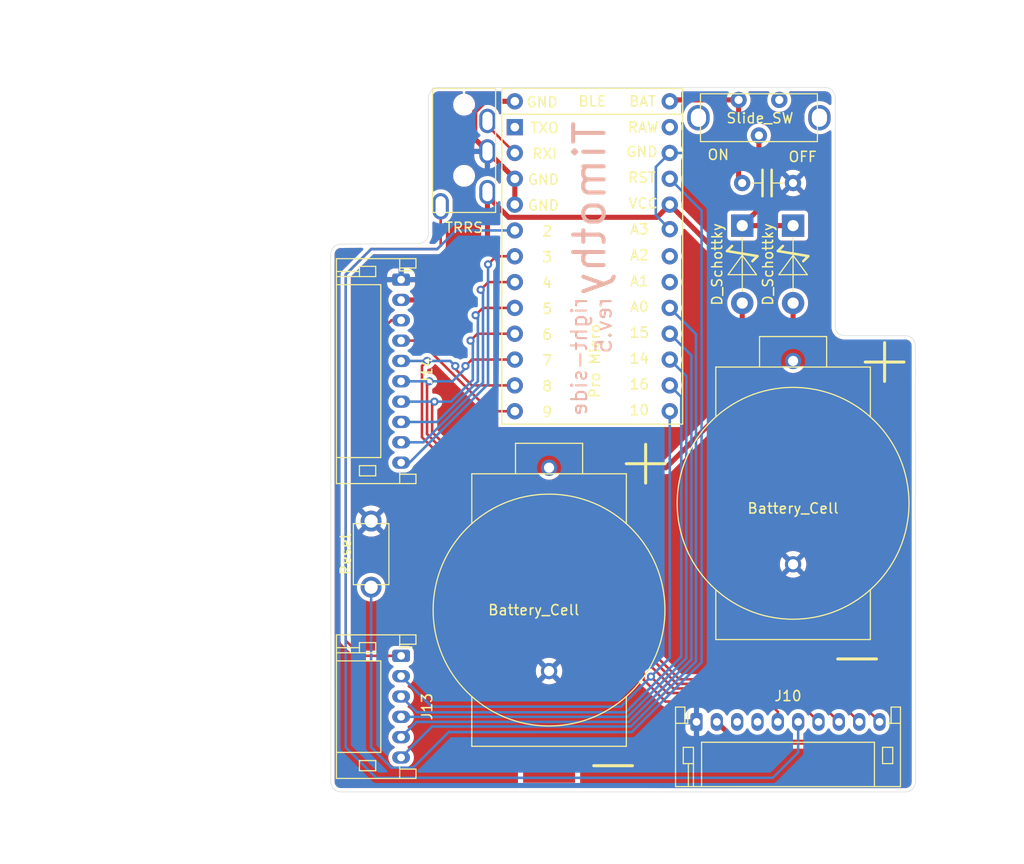
<source format=kicad_pcb>
(kicad_pcb (version 20211014) (generator pcbnew)
  (layers (0 "F.Cu" signal) (31 "B.Cu" signal) (34 "B.Paste" user) (35 "F.Paste" user) (36 "B.SilkS" user "B.Silkscreen") (37 "F.SilkS" user "F.Silkscreen") (38 "B.Mask" user) (39 "F.Mask" user) (44 "Edge.Cuts" user))
  (net 0 "")
  (net 1 "GND")
  (net 2 "Net-(BT3-Pad1)")
  (net 3 "Net-(BT4-Pad1)")
  (net 4 "/right_control/BAT")
  (net 5 "Net-(D72-Pad1)")
  (net 8 "Net-(SW71-Pad2)")
  (net 11 "/right_control/SERIAL")
  (net 12 "/right_control/VCC")
  (net 13 "/right_control/BACKLIGHT_FROM_LEFT")
  (net 14 "/right_control/C4")
  (net 15 "/right_control/C5")
  (net 16 "/right_control/C6")
  (net 17 "/right_control/R5")
  (net 18 "/right_control/PWR_LED")
  (net 19 "/right_control/FROM_MAIN_BACKLIGHT")
  (net 20 "/right_control/R1")
  (net 21 "/right_control/R2")
  (net 22 "/right_control/R3")
  (net 23 "/right_control/R4")
  (net 24 "/right_control/C1")
  (net 25 "/right_control/C2")
  (net 26 "/right_control/C3")
  (net 27 "/right_control/C7")
  (footprint "keyboard:Shottky_Barrier_Diode" (layer "F.Cu") (at 178 217.19 -90)
    (fp_text reference "D73" hide)
    (fp_text value "D_Schottky" (at 3.81 2.47 90) (layer "F.SilkS"))
    (fp_line (start 2.921 0) (end 4.826 -1.397) (layer "F.SilkS") (width 0.12))
    (fp_line (start 3.5 -1) (end 3 -1.5) (layer "F.SilkS") (width 0.25))
    (fp_line (start 4.826 1.397) (end 2.921 0) (layer "F.SilkS") (width 0.12))
    (fp_line (start 4.826 -1.397) (end 4.826 1.397) (layer "F.SilkS") (width 0.12))
    (fp_line (start 3 -1.5) (end 2.5 1.5) (layer "F.SilkS") (width 0.25))
    (fp_line (start 1.143 0) (end 6.477 0) (layer "F.SilkS") (width 0.12))
    (fp_line (start 2.5 1.5) (end 2 1) (layer "F.SilkS") (width 0.25))
    (pad "1" thru_hole rect (at 0 0 270) (size 2.2 2.2) (drill 1.1) (layers *.Cu *.Mask) (net 5 "Net-(D72-Pad1)"))
    (pad "2" thru_hole oval (at 7.62 0 270) (size 2.2 2.2) (drill 1.1) (layers *.Cu *.Mask) (net 3 "Net-(BT4-Pad1)"))
  )
  (footprint "keyboard:BLE_Micro_Pro" (layer "F.Cu") (at 154.362 203.694)
    (fp_text reference "U2" hide)
    (fp_text value "Pro Micro" (at 9.138 26.806 90) (layer "F.SilkS"))
    (fp_text user "4" (at 4.458 19.13) (layer "F.SilkS"))
    (fp_text user "RXI" (at 4.204 6.43) (layer "F.SilkS"))
    (fp_text user "14" (at 13.519 26.558) (layer "F.SilkS"))
    (fp_text user "10" (at 13.519 31.638) (layer "F.SilkS"))
    (fp_text user "GND" (at 4.077 11.51) (layer "F.SilkS"))
    (fp_text user "A1" (at 13.519 18.938) (layer "F.SilkS"))
    (fp_text user "TXO" (at 4.204 3.89) (layer "F.SilkS"))
    (fp_text user "GND" (at 3.95 1.35) (layer "F.SilkS"))
    (fp_text user "A2" (at 13.519 16.398) (layer "F.SilkS"))
    (fp_text user "5" (at 4.458 21.67) (layer "F.SilkS"))
    (fp_text user "15" (at 13.519 24.018) (layer "F.SilkS"))
    (fp_text user "2" (at 4.458 14.05) (layer "F.SilkS"))
    (fp_text user "16" (at 13.519 29.098) (layer "F.SilkS"))
    (fp_text user "RAW" (at 13.9 3.825) (layer "F.SilkS"))
    (fp_text user "GND" (at 13.773 6.238) (layer "F.SilkS"))
    (fp_text user "A3" (at 13.519 13.858) (layer "F.SilkS"))
    (fp_text user "8" (at 4.458 29.29) (layer "F.SilkS"))
    (fp_text user "RST" (at 13.773 8.778) (layer "F.SilkS"))
    (fp_text user "3" (at 4.458 16.59) (layer "F.SilkS"))
    (fp_text user "VCC" (at 13.9 11.318) (layer "F.SilkS"))
    (fp_text user "A0" (at 13.519 21.478) (layer "F.SilkS"))
    (fp_text user "GND" (at 4.077 8.97) (layer "F.SilkS"))
    (fp_text user "9" (at 4.458 31.83) (layer "F.SilkS"))
    (fp_text user "6" (at 4.458 24.21) (layer "F.SilkS"))
    (fp_text user "7" (at 4.458 26.75) (layer "F.SilkS"))
    (fp_text user "BAT" (at 13.825 1.275) (layer "F.SilkS"))
    (fp_text user "BLE" (at 8.89 1.27 unlocked) (layer "F.SilkS"))
    (fp_line (start 0 2.54) (end 17.78 2.54) (layer "F.SilkS") (width 0.12))
    (fp_line (start 0 33.02) (end 17.78 33.02) (layer "F.SilkS") (width 0.12))
    (fp_line (start 17.78 0) (end 17.78 33.02) (layer "F.SilkS") (width 0.12))
    (fp_line (start 17.78 0) (end 0 0) (layer "F.SilkS") (width 0.12))
    (fp_line (start 0 33.02) (end 0 0) (layer "F.SilkS") (width 0.12))
    (pad "0" thru_hole circle (at 1.27 1.27) (size 1.6 1.6) (drill 0.85) (layers *.Cu *.Mask) (net 1 "GND"))
    (pad "1" thru_hole rect (at 1.27 3.81) (size 1.6 1.6) (drill 0.85) (layers *.Cu *.Mask))
    (pad "2" thru_hole circle (at 1.27 6.35) (size 1.6 1.6) (drill 0.85) (layers *.Cu *.Mask) (net 11 "/right_control/SERIAL"))
    (pad "3" thru_hole circle (at 1.27 8.89) (size 1.6 1.6) (drill 0.85) (layers *.Cu *.Mask) (net 1 "GND"))
    (pad "4" thru_hole circle (at 1.27 11.43) (size 1.6 1.6) (drill 0.85) (layers *.Cu *.Mask) (net 1 "GND"))
    (pad "5" thru_hole circle (at 1.27 13.97) (size 1.6 1.6) (drill 0.85) (layers *.Cu *.Mask) (net 18 "/right_control/PWR_LED"))
    (pad "6" thru_hole circle (at 1.27 16.51) (size 1.6 1.6) (drill 0.85) (layers *.Cu *.Mask) (net 24 "/right_control/C1"))
    (pad "7" thru_hole circle (at 1.27 19.05) (size 1.6 1.6) (drill 0.85) (layers *.Cu *.Mask) (net 25 "/right_control/C2"))
    (pad "8" thru_hole circle (at 1.27 21.59) (size 1.6 1.6) (drill 0.85) (layers *.Cu *.Mask) (net 26 "/right_control/C3"))
    (pad "9" thru_hole circle (at 1.27 24.13) (size 1.6 1.6) (drill 0.85) (layers *.Cu *.Mask) (net 14 "/right_control/C4"))
    (pad "10" thru_hole circle (at 1.27 26.67) (size 1.6 1.6) (drill 0.85) (layers *.Cu *.Mask) (net 15 "/right_control/C5"))
    (pad "11" thru_hole circle (at 1.27 29.21) (size 1.6 1.6) (drill 0.85) (layers *.Cu *.Mask) (net 16 "/right_control/C6"))
    (pad "12" thru_hole circle (at 1.27 31.75) (size 1.6 1.6) (drill 0.85) (layers *.Cu *.Mask) (net 27 "/right_control/C7"))
    (pad "13" thru_hole circle (at 16.51 31.75) (size 1.6 1.6) (drill 0.85) (layers *.Cu *.Mask) (net 17 "/right_control/R5"))
    (pad "14" thru_hole circle (at 16.51 29.21) (size 1.6 1.6) (drill 0.85) (layers *.Cu *.Mask) (net 23 "/right_control/R4"))
    (pad "15" thru_hole circle (at 16.51 26.67) (size 1.6 1.6) (drill 0.85) (layers *.Cu *.Mask) (net 22 "/right_control/R3"))
    (pad "16" thru_hole circle (at 16.51 24.13) (size 1.6 1.6) (drill 0.85) (layers *.Cu *.Mask) (net 21 "/right_control/R2"))
    (pad "17" thru_hole circle (at 16.51 21.59) (size 1.6 1.6) (drill 0.85) (layers *.Cu *.Mask) (net 20 "/right_control/R1"))
    (pad "18" thru_hole circle (at 16.51 19.05) (size 1.6 1.6) (drill 0.85) (layers *.Cu *.Mask))
    (pad "19" thru_hole circle (at 16.51 16.51) (size 1.6 1.6) (drill 0.85) (layers *.Cu *.Mask))
    (pad "20" thru_hole circle (at 16.51 13.843) (size 1.6 1.6) (drill 0.85) (layers *.Cu *.Mask) (net 1 "GND"))
    (pad "21" thru_hole circle (at 16.51 11.43) (size 1.6 1.6) (drill 0.85) (layers *.Cu *.Mask) (net 12 "/right_control/VCC"))
    (pad "22" thru_hole circle (at 16.51 8.89) (size 1.6 1.6) (drill 0.85) (layers *.Cu *.Mask) (net 8 "Net-(SW71-Pad2)"))
    (pad "23" thru_hole circle (at 16.51 6.35) (size 1.6 1.6) (drill 0.85) (layers *.Cu *.Mask) (net 1 "GND"))
    (pad "24" thru_hole circle (at 16.51 3.81) (size 1.6 1.6) (drill 0.85) (layers *.Cu *.Mask))
    (pad "25" thru_hole circle (at 16.51 1.27) (size 1.6 1.6) (drill 0.85) (layers *.Cu *.Mask) (net 4 "/right_control/BAT"))
  )
  (footprint "Connector_JST:JST_PH_S6B-PH-K_1x06_P2.00mm_Horizontal" (layer "F.Cu") (at 144.45 259.5 -90)
    (fp_text reference "J13" (at 5 -2.55 90) (layer "F.SilkS"))
    (fp_text value "control_to_main_1")
    (fp_line (start -0.86 0.14) (end -0.86 -1.075) (layer "F.SilkS") (width 0.12))
    (fp_line (start -2.06 6.36) (end 12.06 6.36) (layer "F.SilkS") (width 0.12))
    (fp_line (start 10.3 2.5) (end 11.3 2.5) (layer "F.SilkS") (width 0.12))
    (fp_line (start 11.14 -1.46) (end 11.14 0.14) (layer "F.SilkS") (width 0.12))
    (fp_line (start -1.14 -1.46) (end -2.06 -1.46) (layer "F.SilkS") (width 0.12))
    (fp_line (start -0.3 4.1) (end -0.3 2.5) (layer "F.SilkS") (width 0.12))
    (fp_line (start -2.06 -1.46) (end -2.06 6.36) (layer "F.SilkS") (width 0.12))
    (fp_line (start -1.3 2.5) (end -1.3 4.1) (layer "F.SilkS") (width 0.12))
    (fp_line (start -1.3 4.1) (end -0.3 4.1) (layer "F.SilkS") (width 0.12))
    (fp_line (start 12.06 0.14) (end 11.14 0.14) (layer "F.SilkS") (width 0.12))
    (fp_line (start 10.3 4.1) (end 10.3 2.5) (layer "F.SilkS") (width 0.12))
    (fp_line (start 11.3 2.5) (end 11.3 4.1) (layer "F.SilkS") (width 0.12))
    (fp_line (start 0.5 2) (end 9.5 2) (layer "F.SilkS") (width 0.12))
    (fp_line (start 11.3 4.1) (end 10.3 4.1) (layer "F.SilkS") (width 0.12))
    (fp_line (start -0.3 4.1) (end -0.3 6.36) (layer "F.SilkS") (width 0.12))
    (fp_line (start -2.06 0.14) (end -1.14 0.14) (layer "F.SilkS") (width 0.12))
    (fp_line (start 11.14 0.14) (end 10.86 0.14) (layer "F.SilkS") (width 0.12))
    (fp_line (start 9.5 2) (end 9.5 6.36) (layer "F.SilkS") (width 0.12))
    (fp_line (start -1.14 0.14) (end -1.14 -1.46) (layer "F.SilkS") (width 0.12))
    (fp_line (start -0.8 4.1) (end -0.8 6.36) (layer "F.SilkS") (width 0.12))
    (fp_line (start -0.86 0.14) (end -1.14 0.14) (layer "F.SilkS") (width 0.12))
    (fp_line (start -0.3 2.5) (end -1.3 2.5) (layer "F.SilkS") (width 0.12))
    (fp_line (start 0.5 6.36) (end 0.5 2) (layer "F.SilkS") (width 0.12))
    (fp_line (start 12.06 6.36) (end 12.06 -1.46) (layer "F.SilkS") (width 0.12))
    (fp_line (start 12.06 -1.46) (end 11.14 -1.46) (layer "F.SilkS") (width 0.12))
    (pad "1" thru_hole roundrect (at 0 0 270) (size 1.2 1.75) (drill 0.75) (layers *.Cu *.Mask) (roundrect_rratio 0.2083333333) (net 13 "/right_control/BACKLIGHT_FROM_LEFT"))
    (pad "2" thru_hole oval (at 2 0 270) (size 1.2 1.75) (drill 0.75) (layers *.Cu *.Mask) (net 17 "/right_control/R5"))
    (pad "3" thru_hole oval (at 4 0 270) (size 1.2 1.75) (drill 0.75) (layers *.Cu *.Mask) (net 23 "/right_control/R4"))
    (pad "4" thru_hole oval (at 6 0 270) (size 1.2 1.75) (drill 0.75) (layers *.Cu *.Mask) (net 22 "/right_control/R3"))
    (pad "5" thru_hole oval (at 8 0 270) (size 1.2 1.75) (drill 0.75) (layers *.Cu *.Mask) (net 21 "/right_control/R2"))
    (pad "6" thru_hole oval (at 10 0 270) (size 1.2 1.75) (drill 0.75) (layers *.Cu *.Mask) (net 20 "/right_control/R1"))
  )
  (footprint "keyboard:CR2032_Holder_SMD" (layer "F.Cu") (at 183 244.5 180)
    (fp_text reference "BT3" hide)
    (fp_text value "Battery_Cell" (at 0 -0.5) (layer "F.SilkS"))
    (fp_text user "+" (at -9 13.5 180 unlocked) (layer "F.SilkS") (effects (font (size 5 5) (thickness 0.3))))
    (fp_text user "-" (at -6.3 -15.7 180 unlocked) (layer "F.SilkS") (effects (font (size 5 5) (thickness 0.3))))
    (fp_line (start 7.6 13.4) (end 7.6 8.5) (layer "F.SilkS") (width 0.12))
    (fp_line (start -3.3 13.4) (end -3.3 16.4) (layer "F.SilkS") (width 0.12))
    (fp_line (start 7.6 -13.4) (end 7.6 -8.5) (layer "F.SilkS") (width 0.12))
    (fp_line (start -7.6 -13.4) (end -7.6 -8.5) (layer "F.SilkS") (width 0.12))
    (fp_line (start -7.6 13.4) (end 7.6 13.4) (layer "F.SilkS") (width 0.12))
    (fp_line (start 3.3 13.4) (end 3.3 16.4) (layer "F.SilkS") (width 0.12))
    (fp_line (start -7.6 13.4) (end -7.6 8.5) (layer "F.SilkS") (width 0.12))
    (fp_line (start -7.6 -13.4) (end 7.6 -13.4) (layer "F.SilkS") (width 0.12))
    (fp_line (start -3.3 16.4) (end 3.3 16.4) (layer "F.SilkS") (width 0.12))
    (fp_circle (center 0 0) (end 11.4 0) (layer "F.SilkS") (width 0.12) (fill none))
    (pad "1" thru_hole circle (at 0 14 180) (size 1.6 1.6) (drill 1) (layers *.Cu *.Mask) (net 2 "Net-(BT3-Pad1)"))
    (pad "1" smd rect (at 0 15.235 180) (size 5.1 3.5) (layers "F.Cu" "F.Paste" "F.Mask") (net 2 "Net-(BT3-Pad1)"))
    (pad "2" thru_hole circle (at 0 -6 180) (size 1.6 1.6) (drill 1) (layers *.Cu *.Mask) (net 1 "GND"))
    (pad "2" smd rect (at 0 -15.235 180) (size 5.1 3.5) (layers "F.Cu" "F.Paste" "F.Mask") (net 1 "GND"))
  )
  (footprint "keyboard:CR2032_Holder_SMD" (layer "F.Cu") (at 159 255 180)
    (fp_text reference "BT4" hide)
    (fp_text value "Battery_Cell" (at 1.5 0) (layer "F.SilkS"))
    (fp_text user "+" (at -9.5 14 180 unlocked) (layer "F.SilkS") (effects (font (size 5 5) (thickness 0.3))))
    (fp_text user "-" (at -6.3 -15.7 180 unlocked) (layer "F.SilkS") (effects (font (size 5 5) (thickness 0.3))))
    (fp_line (start -7.6 13.4) (end -7.6 8.5) (layer "F.SilkS") (width 0.12))
    (fp_line (start 7.6 -13.4) (end 7.6 -8.5) (layer "F.SilkS") (width 0.12))
    (fp_line (start 7.6 13.4) (end 7.6 8.5) (layer "F.SilkS") (width 0.12))
    (fp_line (start -3.3 13.4) (end -3.3 16.4) (layer "F.SilkS") (width 0.12))
    (fp_line (start -7.6 -13.4) (end -7.6 -8.5) (layer "F.SilkS") (width 0.12))
    (fp_line (start -7.6 13.4) (end 7.6 13.4) (layer "F.SilkS") (width 0.12))
    (fp_line (start -7.6 -13.4) (end 7.6 -13.4) (layer "F.SilkS") (width 0.12))
    (fp_line (start 3.3 13.4) (end 3.3 16.4) (layer "F.SilkS") (width 0.12))
    (fp_line (start -3.3 16.4) (end 3.3 16.4) (layer "F.SilkS") (width 0.12))
    (fp_circle (center 0 0) (end 11.4 0) (layer "F.SilkS") (width 0.12) (fill none))
    (pad "1" smd rect (at 0 15.235 180) (size 5.1 3.5) (layers "F.Cu" "F.Paste" "F.Mask") (net 3 "Net-(BT4-Pad1)"))
    (pad "1" thru_hole circle (at 0 14 180) (size 1.6 1.6) (drill 1) (layers *.Cu *.Mask) (net 3 "Net-(BT4-Pad1)"))
    (pad "2" smd rect (at 0 -15.235 180) (size 5.1 3.5) (layers "F.Cu" "F.Paste" "F.Mask") (net 1 "GND"))
    (pad "2" thru_hole circle (at 0 -6 180) (size 1.6 1.6) (drill 1) (layers *.Cu *.Mask) (net 1 "GND"))
  )
  (footprint "keyboard:Slide_Switch_ESD175202" (layer "F.Cu") (at 179.642 204.824)
    (fp_text reference "SW67" hide)
    (fp_text value "Slide_SW" (at 0.1 1.8) (layer "F.SilkS"))
    (fp_text user "ON" (at -4 5.4 unlocked) (layer "F.SilkS"))
    (fp_text user "OFF" (at 4.3 5.6 unlocked) (layer "F.SilkS"))
    (fp_line (start 5.75 4.1) (end -5.75 4.1) (layer "F.SilkS") (width 0.12))
    (fp_line (start -5.75 -0.6) (end 5.75 -0.6) (layer "F.SilkS") (width 0.12))
    (fp_line (start 5.75 4.1) (end 5.75 -0.6) (layer "F.SilkS") (width 0.12))
    (fp_line (start -5.75 -0.6) (end -5.75 4.1) (layer "F.SilkS") (width 0.12))
    (pad "" thru_hole oval (at -5.95 1.75) (size 2.2 2.5) (drill oval 1.5 1.8) (layers *.Cu *.Mask))
    (pad "" thru_hole oval (at 5.95 1.75) (size 2.2 2.5) (drill oval 1.5 1.8) (layers *.Cu *.Mask))
    (pad "" thru_hole circle (at 2 0) (size 1.6 1.6) (drill 0.8) (layers *.Cu *.Mask))
    (pad "1" thru_hole circle (at 0 3.5) (size 1.6 1.6) (drill 0.8) (layers *.Cu *.Mask) (net 5 "Net-(D72-Pad1)"))
    (pad "2" thru_hole circle (at -2 0) (size 1.6 1.6) (drill 0.8) (layers *.Cu *.Mask) (net 4 "/right_control/BAT"))
  )
  (footprint "Connector_JST:JST_PH_S10B-PH-K_1x10_P2.00mm_Horizontal" (layer "F.Cu") (at 173.5 266)
    (fp_text reference "J10" (at 9 -2.55) (layer "F.SilkS"))
    (fp_text value "to_thumb")
    (fp_line (start 19.3 4.1) (end 18.3 4.1) (layer "F.SilkS") (width 0.12))
    (fp_line (start -0.8 4.1) (end -0.8 6.36) (layer "F.SilkS") (width 0.12))
    (fp_line (start 18.3 4.1) (end 18.3 2.5) (layer "F.SilkS") (width 0.12))
    (fp_line (start -2.06 6.36) (end 20.06 6.36) (layer "F.SilkS") (width 0.12))
    (fp_line (start 20.06 6.36) (end 20.06 -1.46) (layer "F.SilkS") (width 0.12))
    (fp_line (start -0.3 2.5) (end -1.3 2.5) (layer "F.SilkS") (width 0.12))
    (fp_line (start -2.06 -1.46) (end -2.06 6.36) (layer "F.SilkS") (width 0.12))
    (fp_line (start -0.3 4.1) (end -0.3 6.36) (layer "F.SilkS") (width 0.12))
    (fp_line (start 20.06 0.14) (end 19.14 0.14) (layer "F.SilkS") (width 0.12))
    (fp_line (start 0.5 2) (end 17.5 2) (layer "F.SilkS") (width 0.12))
    (fp_line (start 18.3 2.5) (end 19.3 2.5) (layer "F.SilkS") (width 0.12))
    (fp_line (start -1.3 4.1) (end -0.3 4.1) (layer "F.SilkS") (width 0.12))
    (fp_line (start -1.14 -1.46) (end -2.06 -1.46) (layer "F.SilkS") (width 0.12))
    (fp_line (start 19.14 0.14) (end 18.86 0.14) (layer "F.SilkS") (width 0.12))
    (fp_line (start 17.5 2) (end 17.5 6.36) (layer "F.SilkS") (width 0.12))
    (fp_line (start 20.06 -1.46) (end 19.14 -1.46) (layer "F.SilkS") (width 0.12))
    (fp_line (start -0.3 4.1) (end -0.3 2.5) (layer "F.SilkS") (width 0.12))
    (fp_line (start -0.86 0.14) (end -1.14 0.14) (layer "F.SilkS") (width 0.12))
    (fp_line (start 19.14 -1.46) (end 19.14 0.14) (layer "F.SilkS") (width 0.12))
    (fp_line (start -1.3 2.5) (end -1.3 4.1) (layer "F.SilkS") (width 0.12))
    (fp_line (start 19.3 2.5) (end 19.3 4.1) (layer "F.SilkS") (width 0.12))
    (fp_line (start -1.14 0.14) (end -1.14 -1.46) (layer "F.SilkS") (width 0.12))
    (fp_line (start 0.5 6.36) (end 0.5 2) (layer "F.SilkS") (width 0.12))
    (fp_line (start -2.06 0.14) (end -1.14 0.14) (layer "F.SilkS") (width 0.12))
    (fp_line (start -0.86 0.14) (end -0.86 -1.075) (layer "F.SilkS") (width 0.12))
    (pad "1" thru_hole roundrect (at 0 0) (size 1.2 1.75) (drill 0.75) (layers *.Cu *.Mask) (roundrect_rratio 0.2083333333) (net 1 "GND"))
    (pad "2" thru_hole oval (at 2 0) (size 1.2 1.75) (drill 0.75) (layers *.Cu *.Mask) (net 12 "/right_control/VCC"))
    (pad "3" thru_hole oval (at 4 0) (size 1.2 1.75) (drill 0.75) (layers *.Cu *.Mask))
    (pad "4" thru_hole oval (at 6 0) (size 1.2 1.75) (drill 0.75) (layers *.Cu *.Mask))
    (pad "5" thru_hole oval (at 8 0) (size 1.2 1.75) (drill 0.75) (layers *.Cu *.Mask) (net 19 "/right_control/FROM_MAIN_BACKLIGHT"))
    (pad "6" thru_hole oval (at 10 0) (size 1.2 1.75) (drill 0.75) (layers *.Cu *.Mask) (net 18 "/right_control/PWR_LED"))
    (pad "7" thru_hole oval (at 12 0) (size 1.2 1.75) (drill 0.75) (layers *.Cu *.Mask) (net 17 "/right_control/R5"))
    (pad "8" thru_hole oval (at 14 0) (size 1.2 1.75) (drill 0.75) (layers *.Cu *.Mask) (net 16 "/right_control/C6"))
    (pad "9" thru_hole oval (at 16 0) (size 1.2 1.75) (drill 0.75) (layers *.Cu *.Mask) (net 15 "/right_control/C5"))
    (pad "10" thru_hole oval (at 18 0) (size 1.2 1.75) (drill 0.75) (layers *.Cu *.Mask) (net 14 "/right_control/C4"))
  )
  (footprint "Connector_JST:JST_PH_S10B-PH-K_1x10_P2.00mm_Horizontal" (layer "F.Cu") (at 144.45 222.5 -90)
    (fp_text reference "J14" (at 9 -2.55 90) (layer "F.SilkS"))
    (fp_text value "control_to_main_2")
    (fp_line (start -1.3 2.5) (end -1.3 4.1) (layer "F.SilkS") (width 0.12))
    (fp_line (start 18.3 2.5) (end 19.3 2.5) (layer "F.SilkS") (width 0.12))
    (fp_line (start -1.3 4.1) (end -0.3 4.1) (layer "F.SilkS") (width 0.12))
    (fp_line (start 17.5 2) (end 17.5 6.36) (layer "F.SilkS") (width 0.12))
    (fp_line (start -0.3 2.5) (end -1.3 2.5) (layer "F.SilkS") (width 0.12))
    (fp_line (start 19.14 0.14) (end 18.86 0.14) (layer "F.SilkS") (width 0.12))
    (fp_line (start 20.06 -1.46) (end 19.14 -1.46) (layer "F.SilkS") (width 0.12))
    (fp_line (start -0.3 4.1) (end -0.3 2.5) (layer "F.SilkS") (width 0.12))
    (fp_line (start 20.06 0.14) (end 19.14 0.14) (layer "F.SilkS") (width 0.12))
    (fp_line (start 0.5 2) (end 17.5 2) (layer "F.SilkS") (width 0.12))
    (fp_line (start 19.3 4.1) (end 18.3 4.1) (layer "F.SilkS") (width 0.12))
    (fp_line (start -2.06 0.14) (end -1.14 0.14) (layer "F.SilkS") (width 0.12))
    (fp_line (start 18.3 4.1) (end 18.3 2.5) (layer "F.SilkS") (width 0.12))
    (fp_line (start -0.86 0.14) (end -1.14 0.14) (layer "F.SilkS") (width 0.12))
    (fp_line (start -1.14 -1.46) (end -2.06 -1.46) (layer "F.SilkS") (width 0.12))
    (fp_line (start -0.8 4.1) (end -0.8 6.36) (layer "F.SilkS") (width 0.12))
    (fp_line (start 20.06 6.36) (end 20.06 -1.46) (layer "F.SilkS") (width 0.12))
    (fp_line (start -2.06 -1.46) (end -2.06 6.36) (layer "F.SilkS") (width 0.12))
    (fp_line (start 19.3 2.5) (end 19.3 4.1) (layer "F.SilkS") (width 0.12))
    (fp_line (start -0.86 0.14) (end -0.86 -1.075) (layer "F.SilkS") (width 0.12))
    (fp_line (start 0.5 6.36) (end 0.5 2) (layer "F.SilkS") (width 0.12))
    (fp_line (start -2.06 6.36) (end 20.06 6.36) (layer "F.SilkS") (width 0.12))
    (fp_line (start 19.14 -1.46) (end 19.14 0.14) (layer "F.SilkS") (width 0.12))
    (fp_line (start -1.14 0.14) (end -1.14 -1.46) (layer "F.SilkS") (width 0.12))
    (fp_line (start -0.3 4.1) (end -0.3 6.36) (layer "F.SilkS") (width 0.12))
    (pad "1" thru_hole roundrect (at 0 0 270) (size 1.2 1.75) (drill 0.75) (layers *.Cu *.Mask) (roundrect_rratio 0.2083333333) (net 1 "GND"))
    (pad "2" thru_hole oval (at 2 0 270) (size 1.2 1.75) (drill 0.75) (layers *.Cu *.Mask) (net 12 "/right_control/VCC"))
    (pad "3" thru_hole oval (at 4 0 270) (size 1.2 1.75) (drill 0.75) (layers *.Cu *.Mask) (net 19 "/right_control/FROM_MAIN_BACKLIGHT"))
    (pad "4" thru_hole oval (at 6 0 270) (size 1.2 1.75) (drill 0.75) (layers *.Cu *.Mask) (net 27 "/right_control/C7"))
    (pad "5" thru_hole oval (at 8 0 270) (size 1.2 1.75) (drill 0.75) (layers *.Cu *.Mask) (net 16 "/right_control/C6"))
    (pad "6" thru_hole oval (at 10 0 270) (size 1.2 1.75) (drill 0.75) (layers *.Cu *.Mask) (net 15 "/right_control/C5"))
    (pad "7" thru_hole oval (at 12 0 270) (size 1.2 1.75) (drill 0.75) (layers *.Cu *.Mask) (net 14 "/right_control/C4"))
    (pad "8" thru_hole oval (at 14 0 270) (size 1.2 1.75) (drill 0.75) (layers *.Cu *.Mask) (net 26 "/right_control/C3"))
    (pad "9" thru_hole oval (at 16 0 270) (size 1.2 1.75) (drill 0.75) (layers *.Cu *.Mask) (net 25 "/right_control/C2"))
    (pad "10" thru_hole oval (at 18 0 270) (size 1.2 1.75) (drill 0.75) (layers *.Cu *.Mask) (net 24 "/right_control/C1"))
  )
  (footprint "keyboard:Capacitor" (layer "F.Cu") (at 177.992 213)
    (fp_text reference "C2" hide)
    (fp_text value "100μF")
    (fp_line (start 2 -1.3) (end 2 1.3) (layer "F.SilkS") (width 0.25))
    (fp_line (start 2.9 0) (end 4.1 0) (layer "F.SilkS") (width 0.12))
    (fp_line (start 2.9 -1.3) (end 2.9 1.3) (layer "F.SilkS") (width 0.25))
    (fp_line (start 0.9 0) (end 2 0) (layer "F.SilkS") (width 0.12))
    (pad "1" thru_hole circle (at 0 0) (size 1.6 1.6) (drill 0.8) (layers *.Cu *.Mask) (net 4 "/right_control/BAT"))
    (pad "2" thru_hole circle (at 5 0) (size 1.6 1.6) (drill 0.8) (layers *.Cu *.Mask) (net 1 "GND"))
  )
  (footprint "keyboard:Shottky_Barrier_Diode" (layer "F.Cu") (at 183 217.19 -90)
    (fp_text reference "D72" hide)
    (fp_text value "D_Schottky" (at 3.81 2.47 90) (layer "F.SilkS"))
    (fp_line (start 3 -1.5) (end 2.5 1.5) (layer "F.SilkS") (width 0.25))
    (fp_line (start 1.143 0) (end 6.477 0) (layer "F.SilkS") (width 0.12))
    (fp_line (start 3.5 -1) (end 3 -1.5) (layer "F.SilkS") (width 0.25))
    (fp_line (start 2.5 1.5) (end 2 1) (layer "F.SilkS") (width 0.25))
    (fp_line (start 4.826 1.397) (end 2.921 0) (layer "F.SilkS") (width 0.12))
    (fp_line (start 2.921 0) (end 4.826 -1.397) (layer "F.SilkS") (width 0.12))
    (fp_line (start 4.826 -1.397) (end 4.826 1.397) (layer "F.SilkS") (width 0.12))
    (pad "1" thru_hole rect (at 0 0 270) (size 2.2 2.2) (drill 1.1) (layers *.Cu *.Mask) (net 5 "Net-(D72-Pad1)"))
    (pad "2" thru_hole oval (at 7.62 0 270) (size 2.2 2.2) (drill 1.1) (layers *.Cu *.Mask) (net 2 "Net-(BT3-Pad1)"))
  )
  (footprint "keyboard:TRRS" (layer "F.Cu") (at 150.642 203.694)
    (fp_text reference "J9" hide)
    (fp_text value "TRRS" (at 0 13.7) (layer "F.SilkS"))
    (fp_line (start 3.1 0) (end -3.1 0) (layer "F.SilkS") (width 0.12))
    (fp_line (start -3.1 12.2) (end 3.1 12.2) (layer "F.SilkS") (width 0.12))
    (fp_line (start -3.1 0) (end -3.1 12.2) (layer "F.SilkS") (width 0.12))
    (fp_line (start 3.1 12.2) (end 3.1 0) (layer "F.SilkS") (width 0.12))
    (pad "" np_thru_hole circle locked (at 0 8.6) (size 1.4 1.4) (drill 1.4) (layers *.Cu *.Mask))
    (pad "" np_thru_hole circle locked (at 0 1.6) (size 1.4 1.4) (drill 1.4) (layers *.Cu *.Mask))
    (pad "1" thru_hole oval locked (at 2.3 3.2) (size 1.6 2.4) (drill oval 1 1.8) (layers *.Cu *.Mask) (net 11 "/right_control/SERIAL"))
    (pad "2" thru_hole oval locked (at 2.3 6.2) (size 1.6 2.4) (drill oval 1 1.8) (layers *.Cu *.Mask) (net 1 "GND"))
    (pad "3" thru_hole oval locked (at 2.3 10.2) (size 1.6 2.4) (drill oval 1 1.8) (layers *.Cu *.Mask) (net 12 "/right_control/VCC"))
    (pad "4" thru_hole oval locked (at -2.3 11.6) (size 1.6 2.6) (drill oval 1 2) (layers *.Cu *.Mask) (net 13 "/right_control/BACKLIGHT_FROM_LEFT"))
  )
  (footprint "keyboard:Tactile_Switch" (layer "F.Cu") (at 141.5 246.25 -90)
    (fp_text reference "SW71" hide)
    (fp_text value "Reset" (at 3.25 2.5 90) (layer "F.SilkS"))
    (fp_line (start 6.25 -1.75) (end 6.25 1.75) (layer "F.SilkS") (width 0.12))
    (fp_line (start 6.25 1.75) (end 0.25 1.75) (layer "F.SilkS") (width 0.12))
    (fp_line (start 0.25 1.75) (end 0.25 -1.75) (layer "F.SilkS") (width 0.12))
    (fp_line (start 0.25 -1.75) (end 6.25 -1.75) (layer "F.SilkS") (width 0.12))
    (pad "1" thru_hole circle (at 0 0 270) (size 2.05 2.05) (drill 1.3) (layers *.Cu *.Mask) (net 1 "GND"))
    (pad "2" thru_hole circle (at 6.5 0 270) (size 2.05 2.05) (drill 1.3) (layers *.Cu *.Mask) (net 8 "Net-(SW71-Pad2)"))
  )
  (gr_line (start 147.141549 217.960175) (end 147.141549 204.606991) (layer "Edge.Cuts") (width 0.05))
  (gr_line (start 148.191949 203.598175) (end 186.145949 203.598175) (layer "Edge.Cuts") (width 0.05))
  (gr_curve (pts (xy 188.033949 228.009736) (xy 187.797376 228.009736) (xy 187.570492 227.915757) (xy 187.40321 227.748475)) (layer "Edge.Cuts") (width 0.05))
  (gr_curve (pts (xy 186.145949 203.598134) (xy 186.410675 203.598559) (xy 186.664377 203.704185) (xy 186.851187 203.891753)) (layer "Edge.Cuts") (width 0.05))
  (gr_line (start 194.033949 272.889298) (end 138.533949 272.883494) (layer "Edge.Cuts") (width 0.05))
  (gr_curve (pts (xy 137.826856 219.302631) (xy 138.014386 219.115094) (xy 138.268736 219.009736) (xy 138.533949 219.009736)) (layer "Edge.Cuts") (width 0.05))
  (gr_line (start 187.141949 204.598175) (end 187.141949 227.117736) (layer "Edge.Cuts") (width 0.05))
  (gr_curve (pts (xy 187.40321 227.748475) (xy 187.235927 227.581192) (xy 187.141949 227.354309) (xy 187.141949 227.117736)) (layer "Edge.Cuts") (width 0.05))
  (gr_line (start 137.538791 271.892077) (end 137.533949 220.009736) (layer "Edge.Cuts") (width 0.05))
  (gr_curve (pts (xy 138.533949 272.88342) (xy 138.270178 272.885062) (xy 138.01668 272.781267) (xy 137.829805 272.595108)) (layer "Edge.Cuts") (width 0.05))
  (gr_line (start 195.038949 271.889298) (end 195.033949 229.009736) (layer "Edge.Cuts") (width 0.05))
  (gr_curve (pts (xy 186.851187 203.891753) (xy 187.037998 204.079322) (xy 187.142596 204.333449) (xy 187.141949 204.598175)) (layer "Edge.Cuts") (width 0.05))
  (gr_curve (pts (xy 137.533988 220.009736) (xy 137.533978 219.744523) (xy 137.639326 219.490169) (xy 137.826856 219.302631)) (layer "Edge.Cuts") (width 0.05))
  (gr_curve (pts (xy 194.744282 272.598177) (xy 194.555666 272.785859) (xy 194.300029 272.890629) (xy 194.033949 272.889298)) (layer "Edge.Cuts") (width 0.05))
  (gr_curve (pts (xy 147.141588 217.960175) (xy 147.141566 218.512466) (xy 146.69384 218.960175) (xy 146.141549 218.960175)) (layer "Edge.Cuts") (width 0.05))
  (gr_curve (pts (xy 194.741056 228.302629) (xy 194.928592 228.490165) (xy 195.033949 228.744519) (xy 195.033949 229.009736)) (layer "Edge.Cuts") (width 0.05))
  (gr_line (start 188.033949 228.009736) (end 194.033949 228.009736) (layer "Edge.Cuts") (width 0.05))
  (gr_curve (pts (xy 194.033949 228.009736) (xy 194.299165 228.009736) (xy 194.553519 228.115093) (xy 194.741056 228.302629)) (layer "Edge.Cuts") (width 0.05))
  (gr_curve (pts (xy 195.038924 271.889298) (xy 195.038934 272.155381) (xy 194.932897 272.410495) (xy 194.744282 272.598177)) (layer "Edge.Cuts") (width 0.05))
  (gr_line (start 138.533949 219.009736) (end 146.141549 218.960175) (layer "Edge.Cuts") (width 0.05))
  (gr_curve (pts (xy 147.451399 203.878368) (xy 147.64972 203.687906) (xy 147.917221 203.586695) (xy 148.191949 203.598175)) (layer "Edge.Cuts") (width 0.05))
  (gr_curve (pts (xy 147.14151 204.606991) (xy 147.14114 204.332023) (xy 147.253078 204.068831) (xy 147.451399 203.878368)) (layer "Edge.Cuts") (width 0.05))
  (gr_curve (pts (xy 137.829805 272.595108) (xy 137.642929 272.408949) (xy 137.538162 272.155852) (xy 137.538791 271.892077)) (layer "Edge.Cuts") (width 0.05))
  (gr_text "Timothy" (at 163 215.5 -270) (layer "B.SilkS") (effects (font (size 3 3) (thickness 0.4)) (justify mirror)))
  (gr_text "right-side\nrev.5" (at 163.175 224.125 -270) (layer "B.SilkS") (effects (font (size 1.5 1.5) (thickness 0.2)) (justify left mirror)))
  (segment (start 152.942 209.894) (end 155.632 212.584) (width 0.5) (layer "F.Cu") (net 1))
  (segment (start 152.704233 204.964) (end 151.692 205.976233) (width 0.5) (layer "F.Cu") (net 1))
  (segment (start 155.632 204.964) (end 152.704233 204.964) (width 0.5) (layer "F.Cu") (net 1))
  (segment (start 151.692 205.976233) (end 151.692 208.644) (width 0.5) (layer "F.Cu") (net 1))
  (segment (start 151.692 208.644) (end 152.942 209.894) (width 0.5) (layer "F.Cu") (net 1))
  (segment (start 155.632 212.584) (end 155.632 215.124) (width 0.5) (layer "F.Cu") (net 1))
  (segment (start 169.5 216.165) (end 170.872 217.537) (width 0.25) (layer "B.Cu") (net 1))
  (segment (start 180.036 210.044) (end 182.992 213) (width 0.25) (layer "B.Cu") (net 1))
  (segment (start 170.872 210.044) (end 180.036 210.044) (width 0.25) (layer "B.Cu") (net 1))
  (segment (start 169.5 211.416) (end 169.5 216.165) (width 0.25) (layer "B.Cu") (net 1))
  (segment (start 170.872 210.044) (end 169.5 211.416) (width 0.25) (layer "B.Cu") (net 1))
  (segment (start 183 224.81) (end 183 230.5) (width 0.5) (layer "F.Cu") (net 2))
  (segment (start 159 241) (end 170.5 241) (width 0.5) (layer "F.Cu") (net 3))
  (segment (start 178 233.5) (end 178 224.81) (width 0.5) (layer "F.Cu") (net 3))
  (segment (start 170.5 241) (end 178 233.5) (width 0.5) (layer "F.Cu") (net 3))
  (segment (start 170.872 204.964) (end 171.012 204.824) (width 0.5) (layer "F.Cu") (net 4))
  (segment (start 177.642 204.824) (end 177.642 212.65) (width 0.5) (layer "F.Cu") (net 4))
  (segment (start 171.012 204.824) (end 177.642 204.824) (width 0.5) (layer "F.Cu") (net 4))
  (segment (start 177.642 212.65) (end 177.992 213) (width 0.5) (layer "F.Cu") (net 4))
  (segment (start 178 217.19) (end 183 217.19) (width 0.5) (layer "F.Cu") (net 5))
  (segment (start 179.642 215.548) (end 178 217.19) (width 0.5) (layer "F.Cu") (net 5))
  (segment (start 179.642 208.324) (end 179.642 215.548) (width 0.5) (layer "F.Cu") (net 5))
  (segment (start 174 260.136396) (end 167.136396 267) (width 0.25) (layer "B.Cu") (net 8))
  (segment (start 145.627891 270.5) (end 143.5 270.5) (width 0.25) (layer "B.Cu") (net 8))
  (segment (start 143.5 270.5) (end 141.5 268.5) (width 0.25) (layer "B.Cu") (net 8))
  (segment (start 149.127891 267) (end 145.627891 270.5) (width 0.25) (layer "B.Cu") (net 8))
  (segment (start 174 215.712) (end 174 260.136396) (width 0.25) (layer "B.Cu") (net 8))
  (segment (start 167.136396 267) (end 149.127891 267) (width 0.25) (layer "B.Cu") (net 8))
  (segment (start 141.5 268.5) (end 141.5 252.75) (width 0.25) (layer "B.Cu") (net 8))
  (segment (start 170.872 212.584) (end 174 215.712) (width 0.25) (layer "B.Cu") (net 8))
  (segment (start 152.942 206.894) (end 152.942 207.354) (width 0.25) (layer "F.Cu") (net 11))
  (segment (start 152.942 207.354) (end 155.632 210.044) (width 0.25) (layer "F.Cu") (net 11))
  (segment (start 192.5 268) (end 177.5 268) (width 0.5) (layer "F.Cu") (net 12))
  (segment (start 177.5 268) (end 175.5 266) (width 0.5) (layer "F.Cu") (net 12))
  (segment (start 193 267.5) (end 192.5 268) (width 0.5) (layer "F.Cu") (net 12))
  (segment (start 169.622 216.374) (end 170.872 215.124) (width 0.5) (layer "F.Cu") (net 12))
  (segment (start 180 244) (end 193 257) (width 0.5) (layer "F.Cu") (net 12))
  (segment (start 155.022 216.374) (end 169.622 216.374) (width 0.5) (layer "F.Cu") (net 12))
  (segment (start 193 257) (end 193 267.5) (width 0.5) (layer "F.Cu") (net 12))
  (segment (start 152.942 219.058) (end 152.942 213.894) (width 0.5) (layer "F.Cu") (net 12))
  (segment (start 144.45 224.5) (end 147.5 224.5) (width 0.5) (layer "F.Cu") (net 12))
  (segment (start 170.872 215.124) (end 180 224.252) (width 0.5) (layer "F.Cu") (net 12))
  (segment (start 180 224.252) (end 180 244) (width 0.5) (layer "F.Cu") (net 12))
  (segment (start 147.5 224.5) (end 152.942 219.058) (width 0.5) (layer "F.Cu") (net 12))
  (segment (start 152.942 213.894) (end 152.942 214.294) (width 0.5) (layer "F.Cu") (net 12))
  (segment (start 152.942 214.294) (end 155.022 216.374) (width 0.5) (layer "F.Cu") (net 12))
  (segment (start 139 258) (end 140.5 259.5) (width 0.25) (layer "F.Cu") (net 13))
  (segment (start 140.5 259.5) (end 144.45 259.5) (width 0.25) (layer "F.Cu") (net 13))
  (segment (start 141.5 219.5) (end 139 222) (width 0.25) (layer "F.Cu") (net 13))
  (segment (start 148.342 219.158) (end 148 219.5) (width 0.25) (layer "F.Cu") (net 13))
  (segment (start 148 219.5) (end 141.5 219.5) (width 0.25) (layer "F.Cu") (net 13))
  (segment (start 148.342 215.294) (end 148.342 219.158) (width 0.25) (layer "F.Cu") (net 13))
  (segment (start 139 222) (end 139 258) (width 0.25) (layer "F.Cu") (net 13))
  (segment (start 151.9515 227.824) (end 155.632 227.824) (width 0.25) (layer "F.Cu") (net 14))
  (segment (start 171.81 261.81) (end 187.31 261.81) (width 0.25) (layer "F.Cu") (net 14))
  (segment (start 147.7245 234.5) (end 147.5 234.7245) (width 0.25) (layer "F.Cu") (net 14))
  (segment (start 151.2755 228.5) (end 151.9515 227.824) (width 0.25) (layer "F.Cu") (net 14))
  (segment (start 147.5 234.7245) (end 147.5 237.5) (width 0.25) (layer "F.Cu") (net 14))
  (segment (start 187.31 261.81) (end 191.5 266) (width 0.25) (layer "F.Cu") (net 14))
  (segment (start 147.5 237.5) (end 171.81 261.81) (width 0.25) (layer "F.Cu") (net 14))
  (via (at 151.2755 228.5) (size 0.8) (drill 0.4) (layers "F.Cu" "B.Cu") (net 14))
  (via (at 147.7245 234.5) (size 0.8) (drill 0.4) (layers "F.Cu" "B.Cu") (net 14))
  (segment (start 147.7245 234.5) (end 144.45 234.5) (width 0.25) (layer "B.Cu") (net 14))
  (segment (start 151.5 232.363604) (end 149.363604 234.5) (width 0.25) (layer "B.Cu") (net 14))
  (segment (start 151.5 228.7245) (end 151.5 232.363604) (width 0.25) (layer "B.Cu") (net 14))
  (segment (start 151.2755 228.5) (end 151.5 228.7245) (width 0.25) (layer "B.Cu") (net 14))
  (segment (start 149.363604 234.5) (end 147.7245 234.5) (width 0.25) (layer "B.Cu") (net 14))
  (segment (start 147 237.686396) (end 171.573604 262.26) (width 0.25) (layer "F.Cu") (net 15))
  (segment (start 147 232.7245) (end 147 237.686396) (width 0.25) (layer "F.Cu") (net 15))
  (segment (start 150.7755 231) (end 151.4115 230.364) (width 0.25) (layer "F.Cu") (net 15))
  (segment (start 171.573604 262.26) (end 185.76 262.26) (width 0.25) (layer "F.Cu") (net 15))
  (segment (start 147.2245 232.5) (end 147 232.7245) (width 0.25) (layer "F.Cu") (net 15))
  (segment (start 151.4115 230.364) (end 155.632 230.364) (width 0.25) (layer "F.Cu") (net 15))
  (segment (start 185.76 262.26) (end 189.5 266) (width 0.25) (layer "F.Cu") (net 15))
  (via (at 147.2245 232.5) (size 0.8) (drill 0.4) (layers "F.Cu" "B.Cu") (net 15))
  (via (at 150.7755 231) (size 0.8) (drill 0.4) (layers "F.Cu" "B.Cu") (net 15))
  (segment (start 147.2245 232.5) (end 144.45 232.5) (width 0.25) (layer "B.Cu") (net 15))
  (segment (start 149.5 232.5) (end 147.2245 232.5) (width 0.25) (layer "B.Cu") (net 15))
  (segment (start 150.7755 231) (end 150.7755 231.2245) (width 0.25) (layer "B.Cu") (net 15))
  (segment (start 150.7755 231.2245) (end 149.5 232.5) (width 0.25) (layer "B.Cu") (net 15))
  (segment (start 149.775997 231) (end 149.775997 231.275997) (width 0.25) (layer "F.Cu") (net 16))
  (segment (start 151.404 232.904) (end 155.632 232.904) (width 0.25) (layer "F.Cu") (net 16))
  (segment (start 184.21 262.71) (end 187.5 266) (width 0.25) (layer "F.Cu") (net 16))
  (segment (start 146.5 238) (end 171.21 262.71) (width 0.25) (layer "F.Cu") (net 16))
  (segment (start 146.5 231) (end 147 230.5) (width 0.25) (layer "F.Cu") (net 16))
  (segment (start 149.775997 231.275997) (end 151.404 232.904) (width 0.25) (layer "F.Cu") (net 16))
  (segment (start 146.5 238) (end 146.5 231) (width 0.25) (layer "F.Cu") (net 16))
  (segment (start 171.21 262.71) (end 184.21 262.71) (width 0.25) (layer "F.Cu") (net 16))
  (via (at 147 230.5) (size 0.8) (drill 0.4) (layers "F.Cu" "B.Cu") (net 16))
  (via (at 149.775997 231) (size 0.8) (drill 0.4) (layers "F.Cu" "B.Cu") (net 16))
  (segment (start 149.275997 230.5) (end 144.45 230.5) (width 0.25) (layer "B.Cu") (net 16))
  (segment (start 149.775997 231) (end 149.275997 230.5) (width 0.25) (layer "B.Cu") (net 16))
  (segment (start 170.635402 263.16) (end 182.66 263.16) (width 0.25) (layer "F.Cu") (net 17))
  (segment (start 169.020808 261.545406) (end 170.635402 263.16) (width 0.25) (layer "F.Cu") (net 17))
  (segment (start 182.66 263.16) (end 185.5 266) (width 0.25) (layer "F.Cu") (net 17))
  (via (at 169.020808 261.545406) (size 0.8) (drill 0.4) (layers "F.Cu" "B.Cu") (net 17))
  (segment (start 166.066213 264.5) (end 147.45 264.5) (width 0.25) (layer "B.Cu") (net 17))
  (segment (start 169.020808 261.545406) (end 166.066213 264.5) (width 0.25) (layer "B.Cu") (net 17))
  (segment (start 170.872 259.694214) (end 170.872 235.444) (width 0.25) (layer "B.Cu") (net 17))
  (segment (start 169.020808 261.545406) (end 170.872 259.694214) (width 0.25) (layer "B.Cu") (net 17))
  (segment (start 147.45 264.5) (end 144.45 261.5) (width 0.25) (layer "B.Cu") (net 17))
  (segment (start 141.5 219.5) (end 139 222) (width 0.25) (layer "B.Cu") (net 18))
  (segment (start 183.5 269) (end 183.5 266) (width 0.25) (layer "B.Cu") (net 18))
  (segment (start 149.836 217.664) (end 148 219.5) (width 0.25) (layer "B.Cu") (net 18))
  (segment (start 148 219.5) (end 141.5 219.5) (width 0.25) (layer "B.Cu") (net 18))
  (segment (start 142 271.5) (end 181 271.5) (width 0.25) (layer "B.Cu") (net 18))
  (segment (start 155.632 217.664) (end 149.836 217.664) (width 0.25) (layer "B.Cu") (net 18))
  (segment (start 181 271.5) (end 183.5 269) (width 0.25) (layer "B.Cu") (net 18))
  (segment (start 139 268.5) (end 142 271.5) (width 0.25) (layer "B.Cu") (net 18))
  (segment (start 139 222) (end 139 268.5) (width 0.25) (layer "B.Cu") (net 18))
  (segment (start 143.5 226.5) (end 144.45 226.5) (width 0.25) (layer "F.Cu") (net 19))
  (segment (start 170.450097 264) (end 168.295808 261.845711) (width 0.25) (layer "F.Cu") (net 19))
  (segment (start 142.5 241) (end 142.5 227.5) (width 0.25) (layer "F.Cu") (net 19))
  (segment (start 149.5 242) (end 143.5 242) (width 0.25) (layer "F.Cu") (net 19))
  (segment (start 168.295808 261.845711) (end 168.295808 260.795808) (width 0.25) (layer "F.Cu") (net 19))
  (segment (start 181.5 265) (end 180.5 264) (width 0.25) (layer "F.Cu") (net 19))
  (segment (start 143.5 242) (end 142.5 241) (width 0.25) (layer "F.Cu") (net 19))
  (segment (start 142.5 227.5) (end 143.5 226.5) (width 0.25) (layer "F.Cu") (net 19))
  (segment (start 181.5 266) (end 181.5 265) (width 0.25) (layer "F.Cu") (net 19))
  (segment (start 168.295808 260.795808) (end 149.5 242) (width 0.25) (layer "F.Cu") (net 19))
  (segment (start 180.5 264) (end 170.450097 264) (width 0.25) (layer "F.Cu") (net 19))
  (segment (start 173.45 260.05) (end 167.05 266.45) (width 0.25) (layer "B.Cu") (net 20))
  (segment (start 147.5 266.45) (end 144.45 269.5) (width 0.25) (layer "B.Cu") (net 20))
  (segment (start 170.872 225.284) (end 173.45 227.862) (width 0.25) (layer "B.Cu") (net 20))
  (segment (start 173.45 227.862) (end 173.45 260.05) (width 0.25) (layer "B.Cu") (net 20))
  (segment (start 167.05 266.45) (end 147.5 266.45) (width 0.25) (layer "B.Cu") (net 20))
  (segment (start 145.95 266) (end 166.863604 266) (width 0.25) (layer "B.Cu") (net 21))
  (segment (start 173 259.863604) (end 173 229.952) (width 0.25) (layer "B.Cu") (net 21))
  (segment (start 166.863604 266) (end 173 259.863604) (width 0.25) (layer "B.Cu") (net 21))
  (segment (start 173 229.952) (end 170.872 227.824) (width 0.25) (layer "B.Cu") (net 21))
  (segment (start 144.45 267.5) (end 145.95 266) (width 0.25) (layer "B.Cu") (net 21))
  (segment (start 144.45 265.5) (end 166.727208 265.5) (width 0.25) (layer "B.Cu") (net 22))
  (segment (start 172.5 259.727208) (end 172.5 231.992) (width 0.25) (layer "B.Cu") (net 22))
  (segment (start 172.5 231.992) (end 170.872 230.364) (width 0.25) (layer "B.Cu") (net 22))
  (segment (start 166.727208 265.5) (end 172.5 259.727208) (width 0.25) (layer "B.Cu") (net 22))
  (segment (start 172 234.032) (end 170.872 232.904) (width 0.25) (layer "B.Cu") (net 23))
  (segment (start 172 259.590812) (end 172 234.032) (width 0.25) (layer "B.Cu") (net 23))
  (segment (start 166.540812 265.05) (end 172 259.590812) (width 0.25) (layer "B.Cu") (net 23))
  (segment (start 144.45 263.5) (end 146 265.05) (width 0.25) (layer "B.Cu") (net 23))
  (segment (start 146 265.05) (end 166.540812 265.05) (width 0.25) (layer "B.Cu") (net 23))
  (segment (start 153 221) (end 153.796 220.204) (width 0.25) (layer "F.Cu") (net 24))
  (segment (start 153.796 220.204) (end 155.632 220.204) (width 0.25) (layer "F.Cu") (net 24))
  (via (at 153 221) (size 0.8) (drill 0.4) (layers "F.Cu" "B.Cu") (net 24))
  (segment (start 153 232.772792) (end 145.272792 240.5) (width 0.25) (layer "B.Cu") (net 24))
  (segment (start 153 221) (end 153 232.772792) (width 0.25) (layer "B.Cu") (net 24))
  (segment (start 145.272792 240.5) (end 144.45 240.5) (width 0.25) (layer "B.Cu") (net 24))
  (segment (start 153.0315 222.744) (end 155.632 222.744) (width 0.25) (layer "F.Cu") (net 25))
  (segment (start 152.2755 223.5) (end 153.0315 222.744) (width 0.25) (layer "F.Cu") (net 25))
  (via (at 152.2755 223.5) (size 0.8) (drill 0.4) (layers "F.Cu" "B.Cu") (net 25))
  (segment (start 152.5 232.636396) (end 146.636396 238.5) (width 0.25) (layer "B.Cu") (net 25))
  (segment (start 152.5 223.7245) (end 152.5 232.636396) (width 0.25) (layer "B.Cu") (net 25))
  (segment (start 152.2755 223.5) (end 152.5 223.7245) (width 0.25) (layer "B.Cu") (net 25))
  (segment (start 146.636396 238.5) (end 144.45 238.5) (width 0.25) (layer "B.Cu") (net 25))
  (segment (start 151.7755 226) (end 152.4915 225.284) (width 0.25) (layer "F.Cu") (net 26))
  (segment (start 152.4915 225.284) (end 155.632 225.284) (width 0.25) (layer "F.Cu") (net 26))
  (via (at 151.7755 226) (size 0.8) (drill 0.4) (layers "F.Cu" "B.Cu") (net 26))
  (segment (start 152 232.5) (end 148 236.5) (width 0.25) (layer "B.Cu") (net 26))
  (segment (start 148 236.5) (end 144.45 236.5) (width 0.25) (layer "B.Cu") (net 26))
  (segment (start 151.7755 226) (end 152 226.2245) (width 0.25) (layer "B.Cu") (net 26))
  (segment (start 152 226.2245) (end 152 232.5) (width 0.25) (layer "B.Cu") (net 26))
  (segment (start 146.250692 228.5) (end 144.45 228.5) (width 0.25) (layer "F.Cu") (net 27))
  (segment (start 155.632 235.444) (end 153.194692 235.444) (width 0.25) (layer "F.Cu") (net 27))
  (segment (start 153.194692 235.444) (end 146.250692 228.5) (width 0.25) (layer "F.Cu") (net 27))
  (zone (net 0) (net_name "") (layers F&B.Cu) (connect_pads (clearance 0)) (min_thickness 0.254)
    (keepout (tracks allowed) (vias allowed) (pads allowed) (copperpour not_allowed) (footprints allowed))
    (fill (thermal_gap 0.508) (thermal_bridge_width 0.508))
    (polygon (pts (xy 172 237) (xy 154 237) (xy 154.362 202) (xy 172 202)))
  )
  (zone (net 1) (net_name "GND") (layers F&B.Cu) (connect_pads (clearance 0.381)) (min_thickness 0.254) (fill yes (thermal_gap 0.508) (thermal_bridge_width 0.508))
    (polygon (pts (xy 200 280) (xy 105 280) (xy 105 195) (xy 200 195)))
  )
)
</source>
